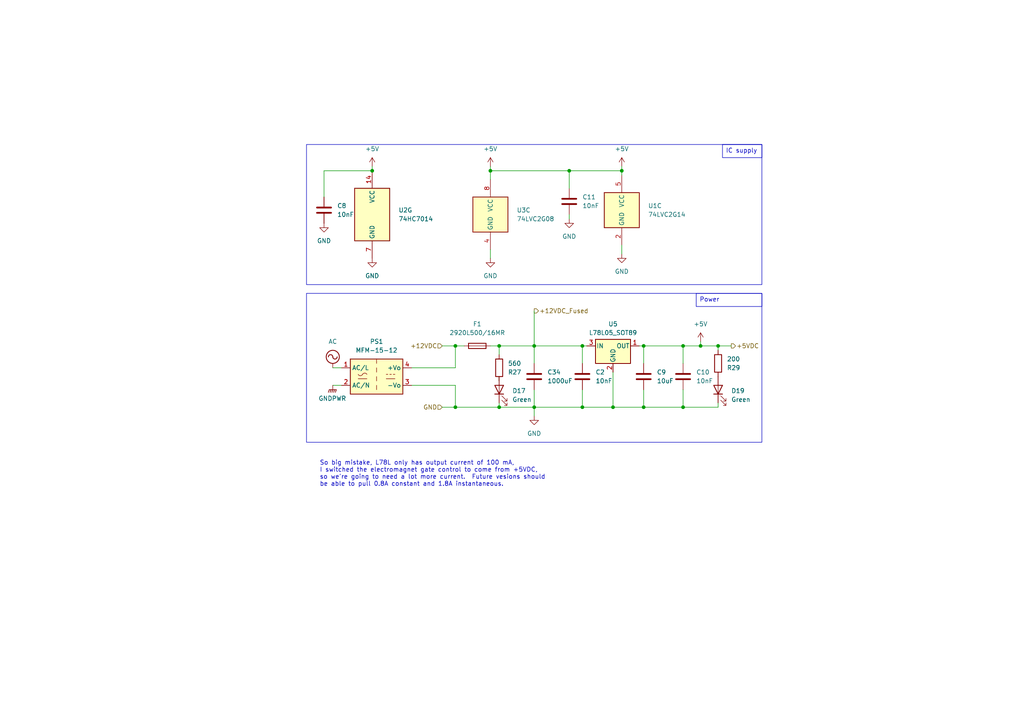
<source format=kicad_sch>
(kicad_sch (version 20250114) (generator "eeschema") (generator_version "9.0")
  (paper "A4")
  (lib_symbols
    (symbol "74xGxx:74LVC2G08"
      (property "Reference" "U" (at -10.16 7.62 0))
      (property "Value" "74LVC2G08" (at -10.16 -7.62 0))
      (symbol "74LVC2G08_1_1"
        (arc (start 0 5.08) (mid 5.0579 0) (end 0 -5.08) (stroke (width 0.254)) (fill (type background)))
        (polyline (pts (xy 0 -5.08) (xy -7.62 -5.08) (xy -7.62 5.08) (xy 0 5.08)) (stroke (width 0.254)) (fill (type background)))
        (pin input line (at -15.24 2.54 0) (length 7.62) (name "~") (number "1"))
        (pin input line (at -15.24 -2.54 0) (length 7.62) (name "~") (number "2"))
        (pin output line (at 12.7 0 180) (length 7.62) (name "~") (number "7"))
      )
      (symbol "74LVC2G08_2_1"
        (arc (start 0 5.08) (mid 5.0579 0) (end 0 -5.08) (stroke (width 0.254)) (fill (type background)))
        (polyline (pts (xy 0 -5.08) (xy -7.62 -5.08) (xy -7.62 5.08) (xy 0 5.08)) (stroke (width 0.254)) (fill (type background)))
        (pin input line (at -15.24 2.54 0) (length 7.62) (name "~") (number "5"))
        (pin input line (at -15.24 -2.54 0) (length 7.62) (name "~") (number "6"))
        (pin output line (at 12.7 0 180) (length 7.62) (name "~") (number "3"))
      )
      (symbol "74LVC2G08_3_0"
        (rectangle (start -5.08 -5.08) (end 5.08 5.08) (stroke (width 0.254)) (fill (type background)))
      )
      (symbol "74LVC2G08_3_1"
        (pin power_in line (at 0 10.16 270) (length 5.08) (name "VCC") (number "8"))
        (pin power_in line (at 0 -10.16 90) (length 5.08) (name "GND") (number "4"))
      )
    )
    (symbol "74xGxx:74LVC2G14"
      (property "Reference" "U" (at 0 7.62 0))
      (property "Value" "74LVC2G14" (at 2.54 -7.62 0))
      (symbol "74LVC2G14_1_1"
        (polyline (pts (xy -7.62 6.35) (xy -7.62 -6.35) (xy 5.08 0) (xy -7.62 6.35)) (stroke (width 0.254)) (fill (type background)))
        (polyline (pts (xy -3.81 -1.27) (xy -2.54 -1.27) (xy -2.54 1.27) (xy 0 1.27)) (stroke (width 0.254)) (fill (type background)))
        (polyline (pts (xy -2.54 -1.27) (xy -1.27 -1.27) (xy -1.27 1.27)) (stroke (width 0.254)) (fill (type background)))
        (pin input line (at -15.24 0 0) (length 7.62) (name "~") (number "1"))
        (pin output inverted (at 12.7 0 180) (length 7.62) (name "~") (number "6"))
      )
      (symbol "74LVC2G14_2_1"
        (polyline (pts (xy -7.62 6.35) (xy -7.62 -6.35) (xy 5.08 0) (xy -7.62 6.35)) (stroke (width 0.254)) (fill (type background)))
        (polyline (pts (xy -3.81 -1.27) (xy -2.54 -1.27) (xy -2.54 1.27) (xy 0 1.27)) (stroke (width 0.254)) (fill (type background)))
        (polyline (pts (xy -2.54 -1.27) (xy -1.27 -1.27) (xy -1.27 1.27)) (stroke (width 0.254)) (fill (type background)))
        (pin input line (at -15.24 0 0) (length 7.62) (name "~") (number "3"))
        (pin output inverted (at 12.7 0 180) (length 7.62) (name "~") (number "4"))
      )
      (symbol "74LVC2G14_3_0"
        (rectangle (start -5.08 -5.08) (end 5.08 5.08) (stroke (width 0.254)) (fill (type background)))
      )
      (symbol "74LVC2G14_3_1"
        (pin power_in line (at 0 10.16 270) (length 5.08) (name "VCC") (number "5"))
        (pin power_in line (at 0 -10.16 90) (length 5.08) (name "GND") (number "2"))
      )
    )
    (symbol "74xx:74HC7014"
      (property "Reference" "U" (at 0 1.27 0))
      (property "Value" "74HC7014" (at 0 -1.27 0))
      (symbol "74HC7014_1_1"
        (polyline (pts (xy -3.81 3.81) (xy -3.81 -3.81) (xy 3.81 0) (xy -3.81 3.81)) (stroke (width 0.254)) (fill (type background)))
        (polyline (pts (xy -2.54 -1.27) (xy -0.635 -1.27) (xy -0.635 1.27) (xy 0 1.27)))
        (polyline (pts (xy -1.905 -1.27) (xy -1.905 1.27) (xy -0.635 1.27)))
        (pin input line (at -7.62 0 0) (length 3.81) (name "~") (number "1"))
        (pin output line (at 7.62 0 180) (length 3.81) (name "~") (number "2"))
      )
      (symbol "74HC7014_2_1"
        (polyline (pts (xy -3.81 3.81) (xy -3.81 -3.81) (xy 3.81 0) (xy -3.81 3.81)) (stroke (width 0.254)) (fill (type background)))
        (polyline (pts (xy -2.54 -1.27) (xy -0.635 -1.27) (xy -0.635 1.27) (xy 0 1.27)))
        (polyline (pts (xy -1.905 -1.27) (xy -1.905 1.27) (xy -0.635 1.27)))
        (pin input line (at -7.62 0 0) (length 3.81) (name "~") (number "3"))
        (pin output line (at 7.62 0 180) (length 3.81) (name "~") (number "4"))
      )
      (symbol "74HC7014_3_1"
        (polyline (pts (xy -3.81 3.81) (xy -3.81 -3.81) (xy 3.81 0) (xy -3.81 3.81)) (stroke (width 0.254)) (fill (type background)))
        (polyline (pts (xy -2.54 -1.27) (xy -0.635 -1.27) (xy -0.635 1.27) (xy 0 1.27)))
        (polyline (pts (xy -1.905 -1.27) (xy -1.905 1.27) (xy -0.635 1.27)))
        (pin input line (at -7.62 0 0) (length 3.81) (name "~") (number "5"))
        (pin output line (at 7.62 0 180) (length 3.81) (name "~") (number "6"))
      )
      (symbol "74HC7014_4_1"
        (polyline (pts (xy -3.81 3.81) (xy -3.81 -3.81) (xy 3.81 0) (xy -3.81 3.81)) (stroke (width 0.254)) (fill (type background)))
        (polyline (pts (xy -2.54 -1.27) (xy -0.635 -1.27) (xy -0.635 1.27) (xy 0 1.27)))
        (polyline (pts (xy -1.905 -1.27) (xy -1.905 1.27) (xy -0.635 1.27)))
        (pin input line (at -7.62 0 0) (length 3.81) (name "~") (number "9"))
        (pin output line (at 7.62 0 180) (length 3.81) (name "~") (number "8"))
      )
      (symbol "74HC7014_5_1"
        (polyline (pts (xy -3.81 3.81) (xy -3.81 -3.81) (xy 3.81 0) (xy -3.81 3.81)) (stroke (width 0.254)) (fill (type background)))
        (polyline (pts (xy -2.54 -1.27) (xy -0.635 -1.27) (xy -0.635 1.27) (xy 0 1.27)))
        (polyline (pts (xy -1.905 -1.27) (xy -1.905 1.27) (xy -0.635 1.27)))
        (pin input line (at -7.62 0 0) (length 3.81) (name "~") (number "11"))
        (pin output line (at 7.62 0 180) (length 3.81) (name "~") (number "10"))
      )
      (symbol "74HC7014_6_1"
        (polyline (pts (xy -3.81 3.81) (xy -3.81 -3.81) (xy 3.81 0) (xy -3.81 3.81)) (stroke (width 0.254)) (fill (type background)))
        (polyline (pts (xy -2.54 -1.27) (xy -0.635 -1.27) (xy -0.635 1.27) (xy 0 1.27)))
        (polyline (pts (xy -1.905 -1.27) (xy -1.905 1.27) (xy -0.635 1.27)))
        (pin input line (at -7.62 0 0) (length 3.81) (name "~") (number "13"))
        (pin output line (at 7.62 0 180) (length 3.81) (name "~") (number "12"))
      )
      (symbol "74HC7014_7_1"
        (rectangle (start -5.08 7.62) (end 5.08 -7.62) (stroke (width 0.254)) (fill (type background)))
        (pin power_in line (at 0 12.7 270) (length 5.08) (name "VCC") (number "14"))
        (pin power_in line (at 0 -12.7 90) (length 5.08) (name "GND") (number "7"))
      )
    )
    (symbol "Converter_ACDC:MFM-15-12"
      (property "Reference" "PS" (at 0 6.35 0))
      (property "Value" "MFM-15-12" (at 0 -6.35 0))
      (symbol "MFM-15-12_0_1"
        (rectangle (start -7.62 5.08) (end 7.62 -5.08) (stroke (width 0.254)) (fill (type background)))
        (polyline (pts (xy -5.334 -0.635) (xy -2.794 -0.635)))
        (arc (start -4.064 0.635) (mid -4.699 0.2495) (end -5.334 0.635))
        (arc (start -4.064 0.635) (mid -3.429 1.0072) (end -2.794 0.635))
        (polyline (pts (xy 0 5.08) (xy 0 3.81)))
        (polyline (pts (xy 0 2.54) (xy 0 1.27)))
        (polyline (pts (xy 0 0) (xy 0 -1.27)))
        (polyline (pts (xy 0 -2.54) (xy 0 -3.81)))
        (polyline (pts (xy 2.794 0.635) (xy 3.302 0.635)))
        (polyline (pts (xy 2.794 -0.635) (xy 5.334 -0.635)))
        (polyline (pts (xy 3.81 0.635) (xy 4.318 0.635)))
        (polyline (pts (xy 4.826 0.635) (xy 5.334 0.635)))
      )
      (symbol "MFM-15-12_1_1"
        (pin power_in line (at -10.16 2.54 0) (length 2.54) (name "AC/L") (number "1"))
        (pin power_in line (at -10.16 -2.54 0) (length 2.54) (name "AC/N") (number "2"))
        (pin power_out line (at 10.16 2.54 180) (length 2.54) (name "+Vo") (number "4"))
        (pin power_out line (at 10.16 -2.54 180) (length 2.54) (name "-Vo") (number "3"))
      )
    )
    (symbol "Device:C" (pin_numbers (hide yes)) (pin_names (offset 0.254))
      (property "Reference" "C" (at 0.635 2.54 0))
      (property "Value" "C" (at 0.635 -2.54 0))
      (symbol "C_0_1"
        (polyline (pts (xy -2.032 0.762) (xy 2.032 0.762)) (stroke (width 0.508)))
        (polyline (pts (xy -2.032 -0.762) (xy 2.032 -0.762)) (stroke (width 0.508)))
      )
      (symbol "C_1_1"
        (pin passive line (at 0 3.81 270) (length 2.794) (name "~") (number "1"))
        (pin passive line (at 0 -3.81 90) (length 2.794) (name "~") (number "2"))
      )
    )
    (symbol "Device:Fuse" (pin_numbers (hide yes)) (pin_names (offset 0))
      (property "Reference" "F" (at 2.032 0 90))
      (property "Value" "Fuse" (at -1.905 0 90))
      (symbol "Fuse_0_1"
        (rectangle (start -0.762 -2.54) (end 0.762 2.54) (stroke (width 0.254)))
        (polyline (pts (xy 0 2.54) (xy 0 -2.54)))
      )
      (symbol "Fuse_1_1"
        (pin passive line (at 0 3.81 270) (length 1.27) (name "~") (number "1"))
        (pin passive line (at 0 -3.81 90) (length 1.27) (name "~") (number "2"))
      )
    )
    (symbol "Device:LED" (pin_numbers (hide yes)) (pin_names (offset 1.016) (hide yes))
      (property "Reference" "D" (at 0 2.54 0))
      (property "Value" "LED" (at 0 -2.54 0))
      (symbol "LED_0_1"
        (polyline (pts (xy -3.048 -0.762) (xy -4.572 -2.286) (xy -3.81 -2.286) (xy -4.572 -2.286) (xy -4.572 -1.524)))
        (polyline (pts (xy -1.778 -0.762) (xy -3.302 -2.286) (xy -2.54 -2.286) (xy -3.302 -2.286) (xy -3.302 -1.524)))
        (polyline (pts (xy -1.27 0) (xy 1.27 0)))
        (polyline (pts (xy -1.27 -1.27) (xy -1.27 1.27)) (stroke (width 0.254)))
        (polyline (pts (xy 1.27 -1.27) (xy 1.27 1.27) (xy -1.27 0) (xy 1.27 -1.27)) (stroke (width 0.254)))
      )
      (symbol "LED_1_1"
        (pin passive line (at -3.81 0 0) (length 2.54) (name "K") (number "1"))
        (pin passive line (at 3.81 0 180) (length 2.54) (name "A") (number "2"))
      )
    )
    (symbol "Device:R" (pin_numbers (hide yes)) (pin_names (offset 0))
      (property "Reference" "R" (at 2.032 0 90))
      (property "Value" "R" (at 0 0 90))
      (symbol "R_0_1"
        (rectangle (start -1.016 -2.54) (end 1.016 2.54) (stroke (width 0.254)))
      )
      (symbol "R_1_1"
        (pin passive line (at 0 3.81 270) (length 1.27) (name "~") (number "1"))
        (pin passive line (at 0 -3.81 90) (length 1.27) (name "~") (number "2"))
      )
    )
    (symbol "Regulator_Linear:L78L05_SOT89" (pin_names (offset 0.254))
      (property "Reference" "U" (at -3.81 3.175 0))
      (property "Value" "L78L05_SOT89" (at -0.635 3.175 0))
      (symbol "L78L05_SOT89_0_1"
        (rectangle (start -5.08 1.905) (end 5.08 -5.08) (stroke (width 0.254)) (fill (type background)))
      )
      (symbol "L78L05_SOT89_1_1"
        (pin power_in line (at -7.62 0 0) (length 2.54) (name "IN") (number "3"))
        (pin power_in line (at 0 -7.62 90) (length 2.54) (name "GND") (number "2"))
        (pin power_out line (at 7.62 0 180) (length 2.54) (name "OUT") (number "1"))
      )
    )
    (symbol "power:+5V" (power) (pin_names (offset 0))
      (property "Value" "+5V" (at 0 3.556 0))
      (symbol "+5V_0_1"
        (polyline (pts (xy -0.762 1.27) (xy 0 2.54)))
        (polyline (pts (xy 0 2.54) (xy 0.762 1.27)))
        (polyline (pts (xy 0 0) (xy 0 2.54)))
      )
      (symbol "+5V_1_1"
        (pin power_in line (at 0 0 90) (length 0) (hide yes) (name "+5V") (number "1"))
      )
    )
    (symbol "power:AC" (power) (pin_numbers (hide yes)) (pin_names (offset 0) (hide yes))
      (property "Value" "AC" (at 0 6.35 0))
      (symbol "AC_0_1"
        (arc (start -1.27 3.175) (mid -0.635 3.8073) (end 0 3.175) (stroke (width 0.254)))
        (circle (center 0 3.175) (radius 1.905) (stroke (width 0.254)))
        (polyline (pts (xy 0 0) (xy 0 1.27)))
        (arc (start 1.27 3.175) (mid 0.635 2.5427) (end 0 3.175) (stroke (width 0.254)))
      )
      (symbol "AC_1_1"
        (pin power_in line (at 0 0 90) (length 0) (name "~") (number "1"))
      )
    )
    (symbol "power:GND" (power) (pin_names (offset 0))
      (property "Value" "GND" (at 0 -3.81 0))
      (symbol "GND_0_1"
        (polyline (pts (xy 0 0) (xy 0 -1.27) (xy 1.27 -1.27) (xy 0 -2.54) (xy -1.27 -1.27) (xy 0 -1.27)))
      )
      (symbol "GND_1_1"
        (pin power_in line (at 0 0 270) (length 0) (hide yes) (name "GND") (number "1"))
      )
    )
    (symbol "power:GNDPWR" (power) (pin_numbers (hide yes)) (pin_names (offset 0) (hide yes))
      (property "Value" "GNDPWR" (at 0 -3.302 0))
      (symbol "GNDPWR_0_1"
        (polyline (pts (xy -1.016 -1.27) (xy -1.27 -2.032) (xy -1.27 -2.032)) (stroke (width 0.2032)))
        (polyline (pts (xy -0.508 -1.27) (xy -0.762 -2.032) (xy -0.762 -2.032)) (stroke (width 0.2032)))
        (polyline (pts (xy 0 -1.27) (xy 0 0)))
        (polyline (pts (xy 0 -1.27) (xy -0.254 -2.032) (xy -0.254 -2.032)) (stroke (width 0.2032)))
        (polyline (pts (xy 0.508 -1.27) (xy 0.254 -2.032) (xy 0.254 -2.032)) (stroke (width 0.2032)))
        (polyline (pts (xy 1.016 -1.27) (xy -1.016 -1.27) (xy -1.016 -1.27)) (stroke (width 0.2032)))
        (polyline (pts (xy 1.016 -1.27) (xy 0.762 -2.032) (xy 0.762 -2.032) (xy 0.762 -2.032)) (stroke (width 0.2032)))
      )
      (symbol "GNDPWR_1_1"
        (pin power_in line (at 0 0 270) (length 0) (name "~") (number "1"))
      )
    )
  )
  (rectangle (start 88.9 85.09) (end 220.98 128.27))
  (rectangle (start 88.9 41.91) (end 220.98 82.55))
  (text "So big mistake, L78L only has output current of 100 mA, \nI switched the electromagnet gate control to come from +5VDC, \nso we're going to need a lot more current.  Future vesions should\nbe able to pull 0.8A constant and 1.8A instantaneous." (at 92.71 133.604 0) (effects (font (size 1.27 1.27)) (justify left top)))
  (text_box "IC supply" (at 209.55 41.91 0) (size 11.43 3.81) (margins 0.9525 0.9525 0.9525 0.9525) (effects (font (size 1.27 1.27)) (justify left top)))
  (text_box "Power" (at 201.93 85.09 0) (size 19.05 3.81) (margins 0.9525 0.9525 0.9525 0.9525) (effects (font (size 1.27 1.27)) (justify left top)))
  (junction (at 168.91 100.33))
  (junction (at 132.08 100.33))
  (junction (at 168.91 118.11))
  (junction (at 186.69 118.11))
  (junction (at 165.1 49.53))
  (junction (at 177.8 118.11))
  (junction (at 186.69 100.33))
  (junction (at 144.78 118.11))
  (junction (at 203.2 100.33))
  (junction (at 180.34 49.53))
  (junction (at 132.08 118.11))
  (junction (at 107.95 49.53))
  (junction (at 154.94 100.33))
  (junction (at 144.78 100.33))
  (junction (at 142.24 49.53))
  (junction (at 154.94 118.11))
  (junction (at 198.12 100.33))
  (junction (at 198.12 118.11))
  (junction (at 208.28 100.33))
  (wire (pts (xy 186.69 100.33) (xy 186.69 105.41)))
  (wire (pts (xy 144.78 100.33) (xy 154.94 100.33)))
  (wire (pts (xy 132.08 106.68) (xy 132.08 100.33)))
  (wire (pts (xy 186.69 100.33) (xy 198.12 100.33)))
  (wire (pts (xy 180.34 49.53) (xy 180.34 48.26)))
  (wire (pts (xy 208.28 100.33) (xy 212.09 100.33)))
  (wire (pts (xy 180.34 50.8) (xy 180.34 49.53)))
  (wire (pts (xy 168.91 100.33) (xy 170.18 100.33)))
  (wire (pts (xy 154.94 100.33) (xy 168.91 100.33)))
  (wire (pts (xy 208.28 118.11) (xy 208.28 116.84)))
  (wire (pts (xy 168.91 118.11) (xy 177.8 118.11)))
  (wire (pts (xy 198.12 100.33) (xy 198.12 105.41)))
  (wire (pts (xy 144.78 118.11) (xy 154.94 118.11)))
  (wire (pts (xy 132.08 100.33) (xy 134.62 100.33)))
  (wire (pts (xy 96.52 106.68) (xy 99.06 106.68)))
  (wire (pts (xy 177.8 118.11) (xy 186.69 118.11)))
  (wire (pts (xy 154.94 120.65) (xy 154.94 118.11)))
  (wire (pts (xy 132.08 118.11) (xy 144.78 118.11)))
  (wire (pts (xy 165.1 54.61) (xy 165.1 49.53)))
  (wire (pts (xy 168.91 100.33) (xy 168.91 105.41)))
  (wire (pts (xy 154.94 100.33) (xy 154.94 105.41)))
  (wire (pts (xy 142.24 52.07) (xy 142.24 49.53)))
  (wire (pts (xy 154.94 113.03) (xy 154.94 118.11)))
  (wire (pts (xy 203.2 100.33) (xy 208.28 100.33)))
  (wire (pts (xy 132.08 111.76) (xy 132.08 118.11)))
  (wire (pts (xy 198.12 100.33) (xy 203.2 100.33)))
  (wire (pts (xy 132.08 111.76) (xy 119.38 111.76)))
  (wire (pts (xy 142.24 72.39) (xy 142.24 74.93)))
  (wire (pts (xy 142.24 100.33) (xy 144.78 100.33)))
  (wire (pts (xy 93.98 49.53) (xy 107.95 49.53)))
  (wire (pts (xy 144.78 102.87) (xy 144.78 100.33)))
  (wire (pts (xy 96.52 111.76) (xy 99.06 111.76)))
  (wire (pts (xy 93.98 57.15) (xy 93.98 49.53)))
  (wire (pts (xy 128.27 118.11) (xy 132.08 118.11)))
  (wire (pts (xy 128.27 100.33) (xy 132.08 100.33)))
  (wire (pts (xy 144.78 109.22) (xy 144.78 110.49)))
  (wire (pts (xy 180.34 71.12) (xy 180.34 73.66)))
  (wire (pts (xy 198.12 113.03) (xy 198.12 118.11)))
  (wire (pts (xy 142.24 48.26) (xy 142.24 49.53)))
  (wire (pts (xy 198.12 118.11) (xy 208.28 118.11)))
  (wire (pts (xy 185.42 100.33) (xy 186.69 100.33)))
  (wire (pts (xy 186.69 113.03) (xy 186.69 118.11)))
  (wire (pts (xy 154.94 90.17) (xy 154.94 100.33)))
  (wire (pts (xy 177.8 107.95) (xy 177.8 118.11)))
  (wire (pts (xy 144.78 116.84) (xy 144.78 118.11)))
  (wire (pts (xy 208.28 100.33) (xy 208.28 101.6)))
  (wire (pts (xy 168.91 118.11) (xy 168.91 113.03)))
  (wire (pts (xy 119.38 106.68) (xy 132.08 106.68)))
  (wire (pts (xy 186.69 118.11) (xy 198.12 118.11)))
  (wire (pts (xy 142.24 49.53) (xy 165.1 49.53)))
  (wire (pts (xy 107.95 48.26) (xy 107.95 49.53)))
  (wire (pts (xy 165.1 63.5) (xy 165.1 62.23)))
  (wire (pts (xy 203.2 99.06) (xy 203.2 100.33)))
  (wire (pts (xy 165.1 49.53) (xy 180.34 49.53)))
  (wire (pts (xy 154.94 118.11) (xy 168.91 118.11)))
  (hierarchical_label "+12VDC_Fused" (shape output) (at 154.94 90.17 0))
  (hierarchical_label "+5VDC" (shape output) (at 212.09 100.33 0))
  (hierarchical_label "+12VDC" (shape input) (at 128.27 100.33 180))
  (hierarchical_label "GND" (shape input) (at 128.27 118.11 180))
  (symbol (lib_id "Device:C") (at 186.69 109.22 0) (unit 1)
    (property "Reference" "C9" (at 190.5 107.9499 0) (effects (justify left)))
    (property "Value" "10uF" (at 190.5 110.4899 0) (effects (justify left)))
    (property "Footprint" "Capacitor_SMD:C_0805_2012Metric" (effects (hide yes)))
    (property "Description" "Unpolarized capacitor" (effects (hide yes)))
  )
  (symbol (lib_id "74xx:74HC7014") (at 107.95 62.23 0) (unit 7)
    (property "Reference" "U2" (at 115.57 60.9599 0) (effects (justify left)))
    (property "Value" "74HC7014" (at 115.57 63.4999 0) (effects (justify left)))
    (property "Footprint" "Package_SO:SOIC-14_3.9x8.7mm_P1.27mm" (effects (hide yes)))
    (property "Datasheet" "https://assets.nexperia.com/documents/data-sheet/74HC7014.pdf" (effects (hide yes)))
    (property "Description" "Hex non-inverting buffer with precision Schmitt Trigger inputs, SOIC-14" (effects (hide yes)))
  )
  (symbol (lib_id "Device:LED") (at 144.78 113.03 90) (unit 1)
    (property "Reference" "D17" (at 148.59 113.3474 90) (effects (justify right)))
    (property "Value" "Green" (at 148.59 115.8874 90) (effects (justify right)))
    (property "Footprint" "LED_SMD:LED_0805_2012Metric" (effects (hide yes)))
    (property "Description" "Light emitting diode" (effects (hide yes)))
  )
  (symbol (lib_id "power:+5V") (at 180.34 48.26 0) (unit 1)
    (property "Reference" "#PWR07" (effects (hide yes)))
    (property "Value" "+5V" (at 180.34 43.18 0))
    (property "Description" "Power symbol creates a global label with name \"+5V\"" (effects (hide yes)))
  )
  (symbol (lib_id "Device:C") (at 154.94 109.22 0) (unit 1)
    (property "Reference" "C34" (at 158.75 107.9499 0) (effects (justify left)))
    (property "Value" "1000uF" (at 158.75 110.4899 0) (effects (justify left)))
    (property "Footprint" "Capacitor_SMD:C_Elec_10x10.2" (effects (hide yes)))
    (property "Description" "Unpolarized capacitor" (effects (hide yes)))
  )
  (symbol (lib_id "Device:C") (at 165.1 58.42 0) (unit 1)
    (property "Reference" "C11" (at 168.91 57.1499 0) (effects (justify left)))
    (property "Value" "10nF" (at 168.91 59.6899 0) (effects (justify left)))
    (property "Footprint" "Capacitor_SMD:C_0805_2012Metric" (effects (hide yes)))
    (property "Description" "Unpolarized capacitor" (effects (hide yes)))
  )
  (symbol (lib_id "Device:C") (at 198.12 109.22 0) (unit 1)
    (property "Reference" "C10" (at 201.93 107.9499 0) (effects (justify left)))
    (property "Value" "10nF" (at 201.93 110.4899 0) (effects (justify left)))
    (property "Footprint" "Capacitor_SMD:C_0805_2012Metric" (effects (hide yes)))
    (property "Description" "Unpolarized capacitor" (effects (hide yes)))
  )
  (symbol (lib_id "power:GND") (at 142.24 74.93 0) (unit 1)
    (property "Reference" "#PWR06" (effects (hide yes)))
    (property "Value" "GND" (at 142.24 80.01 0))
    (property "Description" "Power symbol creates a global label with name \"GND\" , ground" (effects (hide yes)))
  )
  (symbol (lib_id "Device:R") (at 208.28 105.41 0) (mirror x) (unit 1)
    (property "Reference" "R29" (at 210.82 106.6801 0) (effects (justify left)))
    (property "Value" "200" (at 210.82 104.1401 0) (effects (justify left)))
    (property "Footprint" "Resistor_SMD:R_0805_2012Metric" (effects (hide yes)))
    (property "Description" "Resistor" (effects (hide yes)))
  )
  (symbol (lib_id "power:GND") (at 107.95 74.93 0) (unit 1)
    (property "Reference" "#PWR04" (effects (hide yes)))
    (property "Value" "GND" (at 107.95 80.01 0))
    (property "Description" "Power symbol creates a global label with name \"GND\" , ground" (effects (hide yes)))
  )
  (symbol (lib_id "power:GND") (at 154.94 120.65 0) (unit 1)
    (property "Reference" "#PWR044" (effects (hide yes)))
    (property "Value" "GND" (at 154.94 125.73 0))
    (property "Description" "Power symbol creates a global label with name \"GND\" , ground" (effects (hide yes)))
  )
  (symbol (lib_id "Device:R") (at 144.78 106.68 0) (mirror x) (unit 1)
    (property "Reference" "R27" (at 147.32 107.9501 0) (effects (justify left)))
    (property "Value" "560" (at 147.32 105.4101 0) (effects (justify left)))
    (property "Footprint" "Resistor_SMD:R_0805_2012Metric" (effects (hide yes)))
    (property "Description" "Resistor" (effects (hide yes)))
  )
  (symbol (lib_id "power:+5V") (at 107.95 48.26 0) (unit 1)
    (property "Reference" "#PWR03" (effects (hide yes)))
    (property "Value" "+5V" (at 107.95 43.18 0))
    (property "Description" "Power symbol creates a global label with name \"+5V\"" (effects (hide yes)))
  )
  (symbol (lib_id "power:AC") (at 96.52 106.68 0) (unit 1) (on_board no)
    (property "Reference" "#PWR01" (effects (hide yes)))
    (property "Value" "AC" (at 96.52 99.06 0))
    (property "Footprint" "TerminalBlock:TerminalBlock_Altech_AK300-3_P5.00mm" (effects (hide yes)))
    (property "Description" "Power symbol creates a global label with name \"AC\"" (effects (hide yes)))
  )
  (symbol (lib_id "power:GNDPWR") (at 96.52 111.76 0) (unit 1) (on_board no)
    (property "Reference" "#PWR02" (effects (hide yes)))
    (property "Value" "GNDPWR" (at 96.393 115.57 0))
    (property "Description" "Power symbol creates a global label with name \"GNDPWR\" , global ground" (effects (hide yes)))
  )
  (symbol (lib_id "Device:C") (at 168.91 109.22 0) (unit 1)
    (property "Reference" "C2" (at 172.72 107.9499 0) (effects (justify left)))
    (property "Value" "10nF" (at 172.72 110.4899 0) (effects (justify left)))
    (property "Footprint" "Capacitor_SMD:C_0805_2012Metric" (effects (hide yes)))
    (property "Description" "Unpolarized capacitor" (effects (hide yes)))
  )
  (symbol (lib_id "74xGxx:74LVC2G14") (at 180.34 60.96 0) (mirror y) (unit 3)
    (property "Reference" "U1" (at 187.96 59.6899 0) (effects (justify right)))
    (property "Value" "74LVC2G14" (at 187.96 62.2299 0) (effects (justify right)))
    (property "Footprint" "Package_TO_SOT_SMD:SOT-363_SC-70-6" (effects (hide yes)))
    (property "Datasheet" "https://www.ti.com/lit/ds/symlink/sn74lvc2g14.pdf" (effects (hide yes)))
    (property "Description" "Dual NOT Gate, Schmitt Triggered, Low-Voltage CMOS" (effects (hide yes)))
  )
  (symbol (lib_id "power:+5V") (at 203.2 99.06 0) (unit 1)
    (property "Reference" "#PWR050" (effects (hide yes)))
    (property "Value" "+5V" (at 203.2 93.98 0))
    (property "Description" "Power symbol creates a global label with name \"+5V\"" (effects (hide yes)))
  )
  (symbol (lib_id "power:+5V") (at 142.24 48.26 0) (unit 1)
    (property "Reference" "#PWR05" (effects (hide yes)))
    (property "Value" "+5V" (at 142.24 43.18 0))
    (property "Description" "Power symbol creates a global label with name \"+5V\"" (effects (hide yes)))
  )
  (symbol (lib_id "power:GND") (at 180.34 73.66 0) (unit 1)
    (property "Reference" "#PWR08" (effects (hide yes)))
    (property "Value" "GND" (at 180.34 78.74 0))
    (property "Description" "Power symbol creates a global label with name \"GND\" , ground" (effects (hide yes)))
  )
  (symbol (lib_id "Device:LED") (at 208.28 113.03 90) (unit 1)
    (property "Reference" "D19" (at 212.09 113.3474 90) (effects (justify right)))
    (property "Value" "Green" (at 212.09 115.8874 90) (effects (justify right)))
    (property "Footprint" "LED_SMD:LED_0805_2012Metric" (effects (hide yes)))
    (property "Description" "Light emitting diode" (effects (hide yes)))
  )
  (symbol (lib_id "power:GND") (at 165.1 63.5 0) (unit 1)
    (property "Reference" "#PWR081" (effects (hide yes)))
    (property "Value" "GND" (at 165.1 68.58 0))
    (property "Description" "Power symbol creates a global label with name \"GND\" , ground" (effects (hide yes)))
  )
  (symbol (lib_id "Regulator_Linear:L78L05_SOT89") (at 177.8 100.33 0) (unit 1)
    (property "Reference" "U5" (at 177.8 93.98 0))
    (property "Value" "L78L05_SOT89" (at 177.8 96.52 0))
    (property "Footprint" "Package_TO_SOT_SMD:SOT-89-3" (effects (hide yes)))
    (property "Datasheet" "http://www.st.com/content/ccc/resource/technical/document/datasheet/15/55/e5/aa/23/5b/43/fd/CD00000446.pdf/files/CD00000446.pdf/jcr:content/translations/en.CD00000446.pdf" (effects (hide yes)))
    (property "Description" "Positive 100mA 30V Linear Regulator, Fixed Output 5V, SOT-89" (effects (hide yes)))
  )
  (symbol (lib_id "Converter_ACDC:MFM-15-12") (at 109.22 109.22 0) (unit 1) (on_board no)
    (property "Reference" "PS1" (at 109.22 99.06 0))
    (property "Value" "MFM-15-12" (at 109.22 101.6 0))
    (property "Footprint" "Converter_ACDC:Converter_ACDC_MeanWell_MFM-15-xx_THT" (effects (hide yes)))
    (property "Datasheet" "https://www.meanwell.com/Upload/PDF/MFM-15/MFM-15-SPEC.PDF" (effects (hide yes)))
    (property "Description" "Meanwell AC/DC converter, 80-264VAC, output 12V, 15 watts" (effects (hide yes)))
  )
  (symbol (lib_id "Device:C") (at 93.98 60.96 0) (unit 1)
    (property "Reference" "C8" (at 97.79 59.6899 0) (effects (justify left)))
    (property "Value" "10nF" (at 97.79 62.2299 0) (effects (justify left)))
    (property "Footprint" "Capacitor_SMD:C_0805_2012Metric" (effects (hide yes)))
    (property "Description" "Unpolarized capacitor" (effects (hide yes)))
  )
  (symbol (lib_id "power:GND") (at 93.98 64.77 0) (unit 1)
    (property "Reference" "#PWR080" (effects (hide yes)))
    (property "Value" "GND" (at 93.98 69.85 0))
    (property "Description" "Power symbol creates a global label with name \"GND\" , ground" (effects (hide yes)))
  )
  (symbol (lib_id "74xGxx:74LVC2G08") (at 142.24 62.23 0) (mirror y) (unit 3)
    (property "Reference" "U3" (at 149.86 60.9599 0) (effects (justify right)))
    (property "Value" "74LVC2G08" (at 149.86 63.4999 0) (effects (justify right)))
    (property "Footprint" "Package_SO:SSOP-8_2.95x2.8mm_P0.65mm" (effects (hide yes)))
    (property "Datasheet" "http://www.ti.com/lit/sg/scyt129e/scyt129e.pdf" (effects (hide yes)))
    (property "Description" "Dual AND Gate, Low-Voltage CMOS" (effects (hide yes)))
  )
  (symbol (lib_id "Device:Fuse") (at 138.43 100.33 270) (mirror x) (unit 1)
    (property "Reference" "F1" (at 138.43 93.98 90))
    (property "Value" "2920L500/16MR" (at 138.43 96.52 90))
    (property "Footprint" "Fuse:Fuse_2920_7451Metric" (effects (hide yes)))
    (property "Description" "Fuse" (effects (hide yes)))
  )
)
</source>
